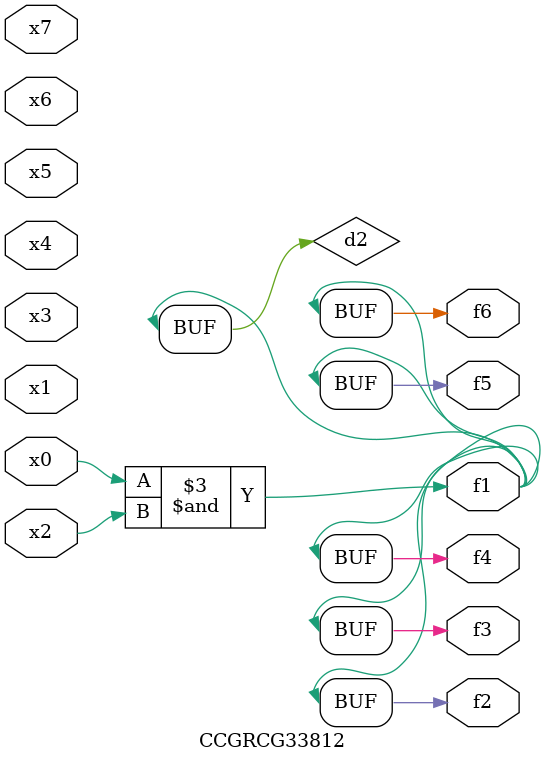
<source format=v>
module CCGRCG33812(
	input x0, x1, x2, x3, x4, x5, x6, x7,
	output f1, f2, f3, f4, f5, f6
);

	wire d1, d2;

	nor (d1, x3, x6);
	and (d2, x0, x2);
	assign f1 = d2;
	assign f2 = d2;
	assign f3 = d2;
	assign f4 = d2;
	assign f5 = d2;
	assign f6 = d2;
endmodule

</source>
